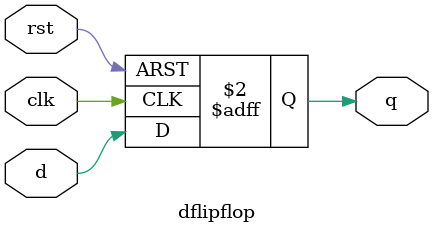
<source format=v>
/*Important: Once you run ./a.out, it will keep running infinitely, because it is in an always block. You need to hit Ctrl +Z to stop it, else, the vcd will become a large file and will never end.

*/

`timescale 1ns/1ps

module dflipflop(q, d, clk, rst);
output q;
input d;
input rst;
input clk;
reg q;

//behavioral/ sequential designs

always @(posedge clk or posedge rst) // sensitivity list
begin 
if(rst)
q=0;
else
q = d;  // <= is a non-blocking statement
end
endmodule

//Testbench:



</source>
